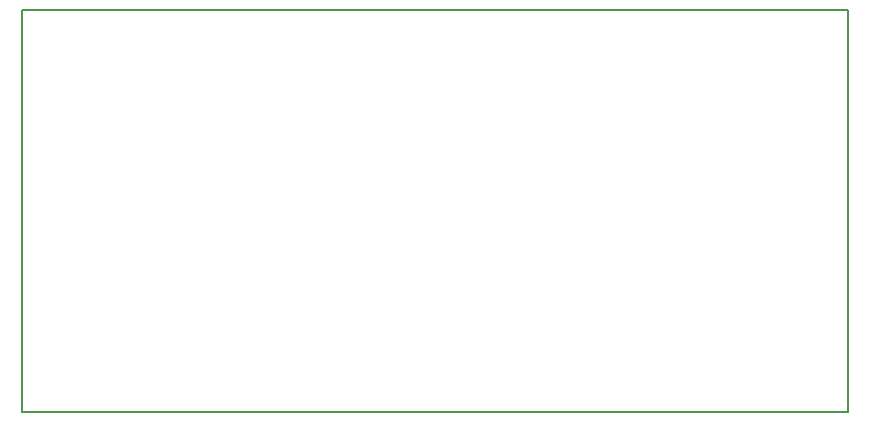
<source format=gm1>
G04 #@! TF.FileFunction,Profile,NP*
%FSLAX46Y46*%
G04 Gerber Fmt 4.6, Leading zero omitted, Abs format (unit mm)*
G04 Created by KiCad (PCBNEW 4.0.7) date 09/28/18 02:57:55*
%MOMM*%
%LPD*%
G01*
G04 APERTURE LIST*
%ADD10C,0.100000*%
%ADD11C,0.150000*%
G04 APERTURE END LIST*
D10*
D11*
X125000000Y-80000000D02*
X125000000Y-114000000D01*
X195000000Y-80000000D02*
X125000000Y-80000000D01*
X195000000Y-114000000D02*
X195000000Y-80000000D01*
X125000000Y-114000000D02*
X195000000Y-114000000D01*
M02*

</source>
